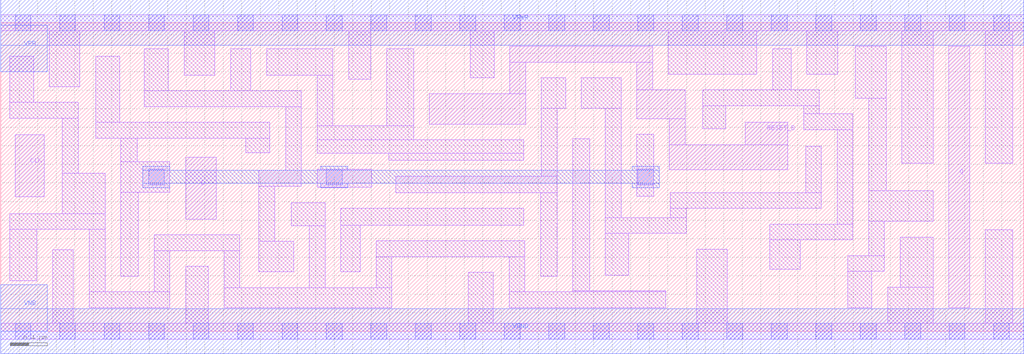
<source format=lef>
# Copyright 2020 The SkyWater PDK Authors
#
# Licensed under the Apache License, Version 2.0 (the "License");
# you may not use this file except in compliance with the License.
# You may obtain a copy of the License at
#
#     https://www.apache.org/licenses/LICENSE-2.0
#
# Unless required by applicable law or agreed to in writing, software
# distributed under the License is distributed on an "AS IS" BASIS,
# WITHOUT WARRANTIES OR CONDITIONS OF ANY KIND, either express or implied.
# See the License for the specific language governing permissions and
# limitations under the License.
#
# SPDX-License-Identifier: Apache-2.0

VERSION 5.5 ;
NAMESCASESENSITIVE ON ;
BUSBITCHARS "[]" ;
DIVIDERCHAR "/" ;
MACRO sky130_fd_sc_lp__dfrtp_2
  CLASS CORE ;
  SOURCE USER ;
  ORIGIN  0.000000  0.000000 ;
  SIZE  11.04000 BY  3.330000 ;
  SYMMETRY X Y R90 ;
  SITE unit ;
  PIN D
    ANTENNAGATEAREA  0.126000 ;
    DIRECTION INPUT ;
    USE SIGNAL ;
    PORT
      LAYER li1 ;
        RECT 1.995000 1.210000 2.325000 1.880000 ;
    END
  END D
  PIN Q
    ANTENNADIFFAREA  0.588000 ;
    DIRECTION OUTPUT ;
    USE SIGNAL ;
    PORT
      LAYER li1 ;
        RECT 10.230000 0.255000 10.455000 3.075000 ;
    END
  END Q
  PIN RESET_B
    ANTENNAGATEAREA  0.378000 ;
    DIRECTION INPUT ;
    USE SIGNAL ;
    PORT
      LAYER li1 ;
        RECT 4.625000 2.235000 5.665000 2.565000 ;
        RECT 5.495000 2.565000 5.665000 2.905000 ;
        RECT 5.495000 2.905000 7.035000 3.075000 ;
        RECT 6.865000 2.295000 7.385000 2.605000 ;
        RECT 6.865000 2.605000 7.035000 2.905000 ;
        RECT 7.215000 1.745000 8.495000 2.015000 ;
        RECT 7.215000 2.015000 7.385000 2.295000 ;
        RECT 8.035000 2.015000 8.495000 2.255000 ;
    END
  END RESET_B
  PIN CLK
    ANTENNAGATEAREA  0.159000 ;
    DIRECTION INPUT ;
    USE CLOCK ;
    PORT
      LAYER li1 ;
        RECT 0.155000 1.450000 0.470000 2.120000 ;
    END
  END CLK
  PIN VGND
    DIRECTION INOUT ;
    USE GROUND ;
    PORT
      LAYER met1 ;
        RECT 0.000000 -0.245000 11.040000 0.245000 ;
    END
  END VGND
  PIN VNB
    DIRECTION INOUT ;
    USE GROUND ;
    PORT
      LAYER met1 ;
        RECT 0.000000 0.000000 0.500000 0.500000 ;
    END
  END VNB
  PIN VPB
    DIRECTION INOUT ;
    USE POWER ;
    PORT
      LAYER met1 ;
        RECT 0.000000 2.800000 0.500000 3.300000 ;
    END
  END VPB
  PIN VPWR
    DIRECTION INOUT ;
    USE POWER ;
    PORT
      LAYER met1 ;
        RECT 0.000000 3.085000 11.040000 3.575000 ;
    END
  END VPWR
  OBS
    LAYER li1 ;
      RECT  0.000000 -0.085000 11.040000 0.085000 ;
      RECT  0.000000  3.245000 11.040000 3.415000 ;
      RECT  0.095000  0.545000  0.390000 1.100000 ;
      RECT  0.095000  1.100000  1.125000 1.270000 ;
      RECT  0.095000  2.300000  0.835000 2.470000 ;
      RECT  0.095000  2.470000  0.355000 2.970000 ;
      RECT  0.525000  2.640000  0.855000 3.245000 ;
      RECT  0.560000  0.085000  0.785000 0.880000 ;
      RECT  0.665000  1.270000  1.125000 1.705000 ;
      RECT  0.665000  1.705000  0.835000 2.300000 ;
      RECT  0.955000  0.255000  1.825000 0.425000 ;
      RECT  0.955000  0.425000  1.125000 1.100000 ;
      RECT  1.025000  2.085000  2.905000 2.255000 ;
      RECT  1.025000  2.255000  1.285000 2.970000 ;
      RECT  1.295000  0.595000  1.485000 1.500000 ;
      RECT  1.295000  1.500000  1.825000 1.830000 ;
      RECT  1.295000  1.830000  1.475000 2.085000 ;
      RECT  1.550000  2.425000  3.245000 2.595000 ;
      RECT  1.550000  2.595000  1.810000 3.050000 ;
      RECT  1.655000  0.425000  1.825000 0.870000 ;
      RECT  1.655000  0.870000  2.580000 1.040000 ;
      RECT  1.980000  2.765000  2.310000 3.245000 ;
      RECT  1.995000  0.085000  2.240000 0.700000 ;
      RECT  2.410000  0.255000  4.220000 0.470000 ;
      RECT  2.410000  0.470000  2.580000 0.870000 ;
      RECT  2.480000  2.595000  2.700000 3.050000 ;
      RECT  2.645000  1.925000  2.905000 2.085000 ;
      RECT  2.785000  0.640000  3.160000 0.970000 ;
      RECT  2.785000  0.970000  2.955000 1.565000 ;
      RECT  2.785000  1.565000  3.245000 1.735000 ;
      RECT  2.870000  2.765000  3.585000 3.050000 ;
      RECT  3.075000  1.735000  3.245000 2.425000 ;
      RECT  3.135000  1.140000  3.500000 1.385000 ;
      RECT  3.330000  0.470000  3.500000 1.140000 ;
      RECT  3.415000  1.555000  4.005000 1.750000 ;
      RECT  3.415000  1.920000  5.645000 2.065000 ;
      RECT  3.415000  2.065000  4.455000 2.220000 ;
      RECT  3.415000  2.220000  3.585000 2.765000 ;
      RECT  3.670000  0.640000  3.880000 1.145000 ;
      RECT  3.670000  1.145000  5.645000 1.325000 ;
      RECT  3.755000  2.720000  3.995000 3.245000 ;
      RECT  4.050000  0.470000  4.220000 0.805000 ;
      RECT  4.050000  0.805000  5.655000 0.975000 ;
      RECT  4.165000  2.220000  4.455000 3.050000 ;
      RECT  4.185000  1.845000  5.645000 1.920000 ;
      RECT  4.265000  1.495000  6.005000 1.675000 ;
      RECT  5.045000  0.085000  5.315000 0.635000 ;
      RECT  5.065000  2.735000  5.325000 3.245000 ;
      RECT  5.485000  0.255000  7.175000 0.425000 ;
      RECT  5.485000  0.425000  5.655000 0.805000 ;
      RECT  5.825000  0.595000  6.005000 1.495000 ;
      RECT  5.835000  1.675000  6.005000 2.405000 ;
      RECT  5.835000  2.405000  6.095000 2.735000 ;
      RECT  6.175000  0.425000  7.175000 0.435000 ;
      RECT  6.175000  0.435000  6.355000 2.075000 ;
      RECT  6.265000  2.405000  6.695000 2.735000 ;
      RECT  6.525000  0.605000  6.775000 1.055000 ;
      RECT  6.525000  1.055000  7.395000 1.225000 ;
      RECT  6.525000  1.225000  6.695000 2.405000 ;
      RECT  6.865000  1.455000  7.045000 2.125000 ;
      RECT  7.205000  2.775000  8.160000 3.245000 ;
      RECT  7.225000  1.225000  7.395000 1.325000 ;
      RECT  7.225000  1.325000  8.855000 1.495000 ;
      RECT  7.510000  0.085000  7.840000 0.885000 ;
      RECT  7.575000  2.185000  7.825000 2.435000 ;
      RECT  7.575000  2.435000  8.835000 2.605000 ;
      RECT  8.300000  0.670000  8.630000 0.985000 ;
      RECT  8.300000  0.985000  9.195000 1.155000 ;
      RECT  8.330000  2.605000  8.530000 3.050000 ;
      RECT  8.665000  2.175000  9.195000 2.345000 ;
      RECT  8.665000  2.345000  8.835000 2.435000 ;
      RECT  8.685000  1.495000  8.855000 1.995000 ;
      RECT  8.700000  2.775000  9.030000 3.245000 ;
      RECT  9.025000  1.155000  9.195000 2.175000 ;
      RECT  9.140000  0.255000  9.400000 0.645000 ;
      RECT  9.140000  0.645000  9.535000 0.815000 ;
      RECT  9.220000  2.515000  9.555000 3.075000 ;
      RECT  9.365000  0.815000  9.535000 1.185000 ;
      RECT  9.365000  1.185000 10.060000 1.515000 ;
      RECT  9.365000  1.515000  9.555000 2.515000 ;
      RECT  9.570000  0.085000 10.060000 0.475000 ;
      RECT  9.705000  0.475000 10.060000 1.015000 ;
      RECT  9.725000  1.815000 10.060000 3.245000 ;
      RECT 10.625000  0.085000 10.920000 1.095000 ;
      RECT 10.625000  1.815000 10.920000 3.245000 ;
    LAYER mcon ;
      RECT  0.155000 -0.085000  0.325000 0.085000 ;
      RECT  0.155000  3.245000  0.325000 3.415000 ;
      RECT  0.635000 -0.085000  0.805000 0.085000 ;
      RECT  0.635000  3.245000  0.805000 3.415000 ;
      RECT  1.115000 -0.085000  1.285000 0.085000 ;
      RECT  1.115000  3.245000  1.285000 3.415000 ;
      RECT  1.595000 -0.085000  1.765000 0.085000 ;
      RECT  1.595000  1.580000  1.765000 1.750000 ;
      RECT  1.595000  3.245000  1.765000 3.415000 ;
      RECT  2.075000 -0.085000  2.245000 0.085000 ;
      RECT  2.075000  3.245000  2.245000 3.415000 ;
      RECT  2.555000 -0.085000  2.725000 0.085000 ;
      RECT  2.555000  3.245000  2.725000 3.415000 ;
      RECT  3.035000 -0.085000  3.205000 0.085000 ;
      RECT  3.035000  3.245000  3.205000 3.415000 ;
      RECT  3.515000 -0.085000  3.685000 0.085000 ;
      RECT  3.515000  1.580000  3.685000 1.750000 ;
      RECT  3.515000  3.245000  3.685000 3.415000 ;
      RECT  3.995000 -0.085000  4.165000 0.085000 ;
      RECT  3.995000  3.245000  4.165000 3.415000 ;
      RECT  4.475000 -0.085000  4.645000 0.085000 ;
      RECT  4.475000  3.245000  4.645000 3.415000 ;
      RECT  4.955000 -0.085000  5.125000 0.085000 ;
      RECT  4.955000  3.245000  5.125000 3.415000 ;
      RECT  5.435000 -0.085000  5.605000 0.085000 ;
      RECT  5.435000  3.245000  5.605000 3.415000 ;
      RECT  5.915000 -0.085000  6.085000 0.085000 ;
      RECT  5.915000  3.245000  6.085000 3.415000 ;
      RECT  6.395000 -0.085000  6.565000 0.085000 ;
      RECT  6.395000  3.245000  6.565000 3.415000 ;
      RECT  6.875000 -0.085000  7.045000 0.085000 ;
      RECT  6.875000  1.580000  7.045000 1.750000 ;
      RECT  6.875000  3.245000  7.045000 3.415000 ;
      RECT  7.355000 -0.085000  7.525000 0.085000 ;
      RECT  7.355000  3.245000  7.525000 3.415000 ;
      RECT  7.835000 -0.085000  8.005000 0.085000 ;
      RECT  7.835000  3.245000  8.005000 3.415000 ;
      RECT  8.315000 -0.085000  8.485000 0.085000 ;
      RECT  8.315000  3.245000  8.485000 3.415000 ;
      RECT  8.795000 -0.085000  8.965000 0.085000 ;
      RECT  8.795000  3.245000  8.965000 3.415000 ;
      RECT  9.275000 -0.085000  9.445000 0.085000 ;
      RECT  9.275000  3.245000  9.445000 3.415000 ;
      RECT  9.755000 -0.085000  9.925000 0.085000 ;
      RECT  9.755000  3.245000  9.925000 3.415000 ;
      RECT 10.235000 -0.085000 10.405000 0.085000 ;
      RECT 10.235000  3.245000 10.405000 3.415000 ;
      RECT 10.715000 -0.085000 10.885000 0.085000 ;
      RECT 10.715000  3.245000 10.885000 3.415000 ;
    LAYER met1 ;
      RECT 1.535000 1.550000 1.825000 1.595000 ;
      RECT 1.535000 1.595000 7.105000 1.735000 ;
      RECT 1.535000 1.735000 1.825000 1.780000 ;
      RECT 3.455000 1.550000 3.745000 1.595000 ;
      RECT 3.455000 1.735000 3.745000 1.780000 ;
      RECT 6.815000 1.550000 7.105000 1.595000 ;
      RECT 6.815000 1.735000 7.105000 1.780000 ;
  END
END sky130_fd_sc_lp__dfrtp_2
END LIBRARY

</source>
